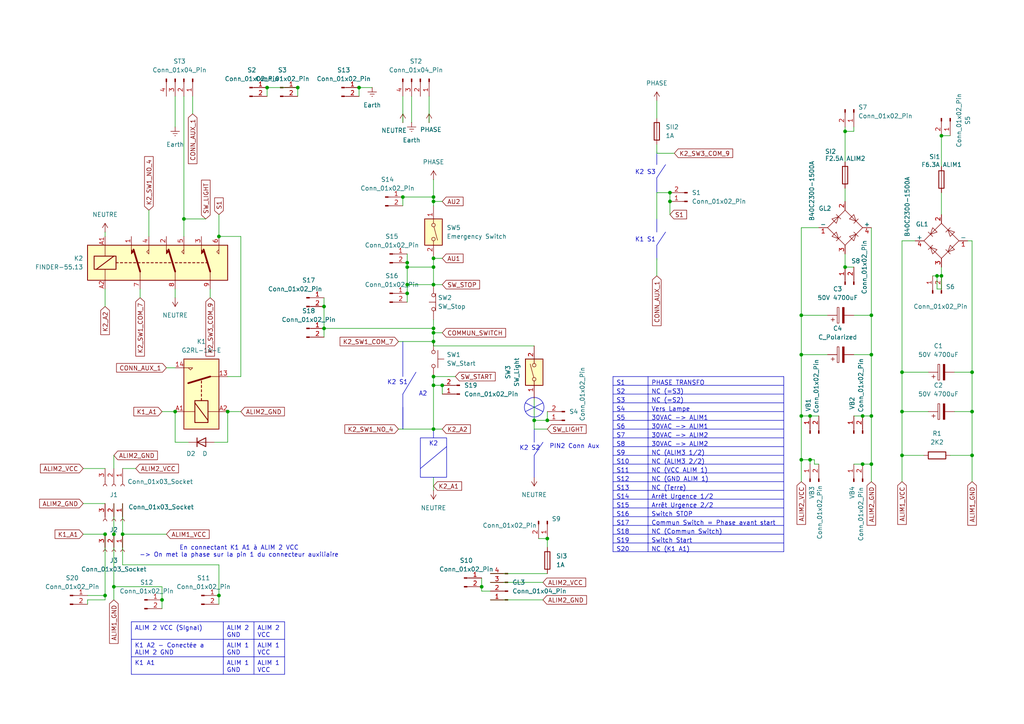
<source format=kicad_sch>
(kicad_sch (version 20250114) (generator "eeschema") (generator_version "9.0")
  (paper "A4")
  (lib_symbols
    (symbol "Connector:Conn_01x02_Pin" (pin_names (offset 1.016) (hide yes))
      (property "Reference" "J" (at 0 2.54 0))
      (property "Value" "Conn_01x02_Pin" (at 0 -5.08 0))
      (symbol "Conn_01x02_Pin_1_1"
        (pin passive line (at 5.08 0 180) (length 3.81) (name "Pin_1") (number "1"))
        (pin passive line (at 5.08 -2.54 180) (length 3.81) (name "Pin_2") (number "2"))
      )
    )
    (symbol "Connector:Conn_01x03_Socket" (pin_names (offset 1.016) (hide yes))
      (property "Reference" "J" (at 0 5.08 0))
      (property "Value" "Conn_01x03_Socket" (at 0 -5.08 0))
      (symbol "Conn_01x03_Socket_1_1"
        (pin passive line (at -5.08 2.54 0) (length 3.81) (name "Pin_1") (number "1"))
        (pin passive line (at -5.08 0 0) (length 3.81) (name "Pin_2") (number "2"))
        (pin passive line (at -5.08 -2.54 0) (length 3.81) (name "Pin_3") (number "3"))
      )
    )
    (symbol "Connector:Conn_01x04_Pin" (pin_names (offset 1.016) (hide yes))
      (property "Reference" "J" (at 0 5.08 0))
      (property "Value" "Conn_01x04_Pin" (at 0 -7.62 0))
      (symbol "Conn_01x04_Pin_1_1"
        (pin passive line (at 5.08 2.54 180) (length 3.81) (name "Pin_1") (number "1"))
        (pin passive line (at 5.08 0 180) (length 3.81) (name "Pin_2") (number "2"))
        (pin passive line (at 5.08 -2.54 180) (length 3.81) (name "Pin_3") (number "3"))
        (pin passive line (at 5.08 -5.08 180) (length 3.81) (name "Pin_4") (number "4"))
      )
    )
    (symbol "Device:C_Polarized" (pin_numbers (hide yes)) (pin_names (offset 0.254))
      (property "Reference" "C" (at 0.635 2.54 0))
      (property "Value" "C_Polarized" (at 0.635 -2.54 0))
      (symbol "C_Polarized_1_1"
        (pin passive line (at 0 3.81 270) (length 2.794) (name "~") (number "1"))
        (pin passive line (at 0 -3.81 90) (length 2.794) (name "~") (number "2"))
      )
    )
    (symbol "Device:D" (pin_numbers (hide yes)) (pin_names (offset 1.016) (hide yes))
      (property "Reference" "D" (at 0 2.54 0))
      (property "Value" "D" (at 0 -2.54 0))
      (symbol "D_1_1"
        (pin passive line (at -3.81 0 0) (length 2.54) (name "K") (number "1"))
        (pin passive line (at 3.81 0 180) (length 2.54) (name "A") (number "2"))
      )
    )
    (symbol "Device:Fuse" (pin_numbers (hide yes)) (pin_names (offset 0))
      (property "Reference" "F" (at 2.032 0 90))
      (property "Value" "Fuse" (at -1.905 0 90))
      (symbol "Fuse_1_1"
        (pin passive line (at 0 3.81 270) (length 1.27) (name "~") (number "1"))
        (pin passive line (at 0 -3.81 90) (length 1.27) (name "~") (number "2"))
      )
    )
    (symbol "Device:R" (pin_numbers (hide yes)) (pin_names (offset 0))
      (property "Reference" "R" (at 2.032 0 90))
      (property "Value" "R" (at 0 0 90))
      (symbol "R_1_1"
        (pin passive line (at 0 3.81 270) (length 1.27) (name "~") (number "1"))
        (pin passive line (at 0 -3.81 90) (length 1.27) (name "~") (number "2"))
      )
    )
    (symbol "Diode_Bridge:B40C2300-1500A" (pin_names (offset 0))
      (property "Reference" "D" (at 2.54 6.985 0))
      (property "Value" "B40C2300-1500A" (at 2.54 5.08 0))
      (symbol "B40C2300-1500A_1_1"
        (pin passive line (at -7.62 0 0) (length 2.54) (name "-") (number "1"))
        (pin passive line (at 0 7.62 270) (length 2.54) (name "~") (number "2"))
        (pin passive line (at 0 -7.62 90) (length 2.54) (name "~") (number "3"))
        (pin passive line (at 7.62 0 180) (length 2.54) (name "+") (number "4"))
      )
    )
    (symbol "Relay:G2RL-1A-E"
      (property "Reference" "K" (at 11.43 3.81 0))
      (property "Value" "G2RL-1A-E" (at 11.43 1.27 0))
      (symbol "G2RL-1A-E_1_1"
        (pin passive line (at -5.08 7.62 270) (length 2.54) (name "~") (number "A1"))
        (pin passive line (at -5.08 -7.62 90) (length 2.54) (name "~") (number "A2"))
        (pin passive line (at 5.08 -7.62 90) (length 2.54) (name "~") (number "13"))
        (pin passive line (at 7.62 7.62 270) (length 2.54) (name "~") (number "14"))
      )
    )
    (symbol "Switch:SW_DIP_x01" (pin_names (offset 0) (hide yes))
      (property "Reference" "SW" (at 0 3.81 0))
      (property "Value" "SW_DIP_x01" (at 0 -3.81 0))
      (symbol "SW_DIP_x01_1_1"
        (pin passive line (at -7.62 0 0) (length 5.08) (name "~") (number "1"))
        (pin passive line (at 7.62 0 180) (length 5.08) (name "~") (number "2"))
      )
    )
    (symbol "Switch:SW_Push" (pin_numbers (hide yes)) (pin_names (offset 1.016) (hide yes))
      (property "Reference" "SW" (at 1.27 2.54 0))
      (property "Value" "SW_Push" (at 0 -1.524 0))
      (symbol "SW_Push_0_1"
        (pin passive line (at -5.08 0 0) (length 2.54) (name "1") (number "1"))
        (pin passive line (at 5.08 0 180) (length 2.54) (name "2") (number "2"))
      )
    )
    (symbol "Switch:SW_Push_Open" (pin_numbers (hide yes)) (pin_names (offset 1.016) (hide yes))
      (property "Reference" "SW" (at 0 2.54 0))
      (property "Value" "SW_Push_Open" (at 0 -1.905 0))
      (symbol "SW_Push_Open_0_1"
        (pin passive line (at -5.08 0 0) (length 2.54) (name "A") (number "1"))
      )
      (symbol "SW_Push_Open_1_1"
        (pin passive line (at 5.08 0 180) (length 2.54) (name "B") (number "2"))
      )
    )
    (symbol "alliaume:FINDER-55.13"
      (property "Reference" "K" (at 16.764 9.652 0))
      (property "Value" "FINDER-55.13" (at 16.256 7.62 0))
      (symbol "FINDER-55.13_1_1"
        (pin passive line (at -10.16 7.62 270) (length 2.54) (name "~") (number "A1"))
        (pin passive line (at -10.16 -7.62 90) (length 2.54) (name "~") (number "A2"))
        (pin passive line (at -2.54 7.62 270) (length 2.54) (name "~") (number "1"))
        (pin passive line (at 0 -7.62 90) (length 2.54) (name "~") (number "7"))
        (pin passive line (at 2.54 7.62 270) (length 2.54) (name "~") (number "4"))
        (pin passive line (at 7.62 7.62 270) (length 2.54) (name "~") (number "2"))
        (pin passive line (at 10.16 -7.62 90) (length 2.54) (name "~") (number "8"))
        (pin passive line (at 12.7 7.62 270) (length 2.54) (name "~") (number "5"))
        (pin passive line (at 17.78 7.62 270) (length 2.54) (name "~") (number "3"))
        (pin passive line (at 20.32 -7.62 90) (length 2.54) (name "~") (number "9"))
        (pin passive line (at 22.86 7.62 270) (length 2.54) (name "~") (number "6"))
      )
    )
    (symbol "power:Earth" (power) (pin_numbers (hide yes)) (pin_names (offset 0) (hide yes))
      (property "Value" "Earth" (at 0 -3.81 0))
      (symbol "Earth_1_1"
        (pin power_in line (at 0 0 270) (length 0) (name "~") (number "1"))
      )
    )
    (symbol "power:LINE" (power) (pin_numbers (hide yes)) (pin_names (offset 0) (hide yes))
      (property "Value" "LINE" (at 0 3.556 0))
      (symbol "LINE_1_1"
        (pin power_in line (at 0 0 90) (length 0) (name "~") (number "1"))
      )
    )
    (symbol "power:NEUT" (power) (pin_numbers (hide yes)) (pin_names (offset 0) (hide yes))
      (property "Value" "NEUT" (at 0 3.556 0))
      (symbol "NEUT_1_1"
        (pin power_in line (at 0 0 90) (length 0) (name "~") (number "1"))
      )
    )
  )
  (circle (center 154.94 118.11) (radius 2.8398))
  (rectangle (start 121.92 127) (end 129.54 138.43))
  (text "A2\n" (at 122.682 114.3 0) (effects (font (size 1.27 1.27))))
  (text "K2\n\n" (at 125.73 129.794 0) (effects (font (size 1.27 1.27))))
  (text "K2 S3\n" (at 187.198 50.038 0) (effects (font (size 1.27 1.27))))
  (text "En connectant K1 A1 à ALIM 2 VCC\n-> On met la phase sur la pin 1 du connecteur auxiliaire" (at 69.342 160.02 0) (effects (font (size 1.27 1.27))))
  (text "K2 S2\n" (at 153.67 130.048 0) (effects (font (size 1.27 1.27))))
  (text "K2 S1\n" (at 115.316 110.998 0) (effects (font (size 1.27 1.27))))
  (text "PIN2 Conn Aux" (at 166.624 129.54 0) (effects (font (size 1.27 1.27))))
  (text "K1 S1" (at 187.198 69.596 0) (effects (font (size 1.27 1.27))))
  (junction (at 281.94 132.08))
  (junction (at 118.11 82.55))
  (junction (at 30.48 154.94))
  (junction (at 261.62 119.38))
  (junction (at 125.73 82.55))
  (junction (at 252.73 102.87))
  (junction (at 154.94 121.92))
  (junction (at 139.7 170.18))
  (junction (at 245.11 38.1))
  (junction (at 30.48 172.72))
  (junction (at 234.95 133.35))
  (junction (at 273.05 80.01))
  (junction (at 125.73 124.46))
  (junction (at 158.75 156.21))
  (junction (at 250.19 120.65))
  (junction (at 232.41 120.65))
  (junction (at 63.5 68.58))
  (junction (at 104.14 25.4))
  (junction (at 232.41 91.44))
  (junction (at 50.8 119.38))
  (junction (at 281.94 119.38))
  (junction (at 116.84 57.15))
  (junction (at 93.98 88.9))
  (junction (at 232.41 133.35))
  (junction (at 158.75 121.92))
  (junction (at 245.11 77.47))
  (junction (at 125.73 109.22))
  (junction (at 125.73 57.15))
  (junction (at 63.5 172.72))
  (junction (at 250.19 134.62))
  (junction (at 66.04 119.38))
  (junction (at 125.73 77.47))
  (junction (at 33.02 170.18))
  (junction (at 125.73 95.25))
  (junction (at 281.94 107.95))
  (junction (at 273.05 39.37))
  (junction (at 118.11 77.47))
  (junction (at 125.73 74.93))
  (junction (at 125.73 99.06))
  (junction (at 125.73 58.42))
  (junction (at 252.73 120.65))
  (junction (at 252.73 91.44))
  (junction (at 77.47 25.4))
  (junction (at 252.73 134.62))
  (junction (at 232.41 102.87))
  (junction (at 118.11 85.09))
  (junction (at 194.31 55.88))
  (junction (at 93.98 95.25))
  (junction (at 261.62 132.08))
  (junction (at 125.73 111.76))
  (junction (at 53.34 63.5))
  (junction (at 86.36 25.4))
  (junction (at 46.99 173.99))
  (junction (at 271.78 80.01))
  (junction (at 125.73 96.52))
  (junction (at 261.62 107.95))
  (junction (at 118.11 76.2))
  (junction (at 234.95 120.65))
  (junction (at 194.31 58.42))
  (junction (at 128.27 111.76))
  (junction (at 35.56 154.94))
  (junction (at 33.02 154.94))
  (wire (pts (xy 33.02 146.05) (xy 33.02 154.94)))
  (wire (pts (xy 60.96 83.82) (xy 60.96 86.36)))
  (wire (pts (xy 33.02 154.94) (xy 33.02 170.18)))
  (wire (pts (xy 30.48 83.82) (xy 30.48 88.9)))
  (wire (pts (xy 139.7 171.45) (xy 139.7 170.18)))
  (wire (pts (xy 261.62 132.08) (xy 261.62 119.38)))
  (wire (pts (xy 194.31 58.42) (xy 194.31 55.88)))
  (wire (pts (xy 232.41 120.65) (xy 234.95 120.65)))
  (wire (pts (xy 247.65 91.44) (xy 252.73 91.44)))
  (wire (pts (xy 24.13 146.05) (xy 30.48 146.05)))
  (wire (pts (xy 245.11 77.47) (xy 247.65 77.47)))
  (polyline (pts (xy 116.84 99.06) (xy 116.84 109.22)))
  (wire (pts (xy 273.05 77.47) (xy 273.05 80.01)))
  (wire (pts (xy 154.94 124.46) (xy 158.75 124.46)))
  (wire (pts (xy 190.5 55.88) (xy 194.31 55.88)))
  (wire (pts (xy 273.05 39.37) (xy 273.05 48.26)))
  (wire (pts (xy 63.5 68.58) (xy 69.85 68.58)))
  (wire (pts (xy 50.8 128.27) (xy 54.61 128.27)))
  (wire (pts (xy 125.73 124.46) (xy 128.27 124.46)))
  (wire (pts (xy 232.41 133.35) (xy 232.41 139.7)))
  (wire (pts (xy 46.99 173.99) (xy 46.99 176.53)))
  (wire (pts (xy 35.56 154.94) (xy 35.56 163.83)))
  (wire (pts (xy 66.04 119.38) (xy 69.85 119.38)))
  (wire (pts (xy 240.03 91.44) (xy 232.41 91.44)))
  (wire (pts (xy 280.67 69.85) (xy 281.94 69.85)))
  (wire (pts (xy 252.73 134.62) (xy 252.73 139.7)))
  (wire (pts (xy 247.65 38.1) (xy 247.65 36.83)))
  (wire (pts (xy 46.99 119.38) (xy 50.8 119.38)))
  (wire (pts (xy 232.41 91.44) (xy 232.41 102.87)))
  (wire (pts (xy 118.11 82.55) (xy 118.11 85.09)))
  (wire (pts (xy 24.13 135.89) (xy 30.48 135.89)))
  (wire (pts (xy 125.73 100.33) (xy 125.73 99.06)))
  (wire (pts (xy 48.26 154.94) (xy 35.56 154.94)))
  (polyline (pts (xy 154.94 124.46) (xy 154.94 128.27)))
  (wire (pts (xy 236.22 134.62) (xy 236.22 133.35)))
  (wire (pts (xy 232.41 120.65) (xy 232.41 133.35)))
  (wire (pts (xy 116.84 57.15) (xy 125.73 57.15)))
  (wire (pts (xy 232.41 133.35) (xy 234.95 133.35)))
  (wire (pts (xy 261.62 139.7) (xy 261.62 132.08)))
  (wire (pts (xy 25.4 173.99) (xy 30.48 173.99)))
  (polyline (pts (xy 190.5 43.942) (xy 190.5 47.752)))
  (polyline (pts (xy 154.94 132.08) (xy 154.94 138.43)))
  (wire (pts (xy 77.47 25.4) (xy 86.36 25.4)))
  (wire (pts (xy 77.47 25.4) (xy 77.47 27.94)))
  (wire (pts (xy 247.65 102.87) (xy 252.73 102.87)))
  (wire (pts (xy 25.4 173.99) (xy 25.4 175.26)))
  (wire (pts (xy 252.73 66.04) (xy 252.73 91.44)))
  (wire (pts (xy 125.73 109.22) (xy 125.73 111.76)))
  (wire (pts (xy 115.57 124.46) (xy 125.73 124.46)))
  (wire (pts (xy 50.8 86.36) (xy 50.8 83.82)))
  (wire (pts (xy 281.94 132.08) (xy 281.94 119.38)))
  (wire (pts (xy 252.73 102.87) (xy 252.73 120.65)))
  (wire (pts (xy 261.62 132.08) (xy 267.97 132.08)))
  (polyline (pts (xy 121.92 135.89) (xy 129.54 129.54)))
  (wire (pts (xy 271.78 83.82) (xy 273.05 83.82)))
  (wire (pts (xy 247.65 120.65) (xy 250.19 120.65)))
  (polyline (pts (xy 116.84 118.11) (xy 116.84 124.46)))
  (wire (pts (xy 46.99 170.18) (xy 46.99 173.99)))
  (wire (pts (xy 25.4 172.72) (xy 30.48 172.72)))
  (polyline (pts (xy 116.84 114.3) (xy 116.84 124.46)))
  (wire (pts (xy 128.27 111.76) (xy 128.27 114.3)))
  (wire (pts (xy 156.21 156.21) (xy 158.75 156.21)))
  (wire (pts (xy 271.78 80.01) (xy 270.51 80.01)))
  (wire (pts (xy 250.19 120.65) (xy 252.73 120.65)))
  (wire (pts (xy 261.62 69.85) (xy 261.62 107.95)))
  (wire (pts (xy 142.24 166.37) (xy 158.75 166.37)))
  (wire (pts (xy 62.23 128.27) (xy 66.04 128.27)))
  (wire (pts (xy 63.5 163.83) (xy 35.56 163.83)))
  (wire (pts (xy 273.05 80.01) (xy 273.05 83.82)))
  (wire (pts (xy 69.85 109.22) (xy 66.04 109.22)))
  (wire (pts (xy 154.94 121.92) (xy 154.94 124.46)))
  (wire (pts (xy 276.86 119.38) (xy 281.94 119.38)))
  (wire (pts (xy 53.34 63.5) (xy 59.69 63.5)))
  (wire (pts (xy 142.24 173.99) (xy 157.48 173.99)))
  (polyline (pts (xy 190.5 63.5) (xy 190.5 67.31)))
  (wire (pts (xy 50.8 128.27) (xy 50.8 119.38)))
  (wire (pts (xy 30.48 154.94) (xy 30.48 172.72)))
  (wire (pts (xy 125.73 111.76) (xy 125.73 124.46)))
  (wire (pts (xy 63.5 172.72) (xy 63.5 163.83)))
  (wire (pts (xy 55.88 27.94) (xy 55.88 33.02)))
  (wire (pts (xy 116.84 27.94) (xy 116.84 35.56)))
  (wire (pts (xy 142.24 171.45) (xy 139.7 171.45)))
  (wire (pts (xy 93.98 86.36) (xy 93.98 88.9)))
  (wire (pts (xy 118.11 77.47) (xy 125.73 77.47)))
  (wire (pts (xy 269.24 107.95) (xy 261.62 107.95)))
  (wire (pts (xy 236.22 134.62) (xy 237.49 134.62)))
  (wire (pts (xy 158.75 121.92) (xy 158.75 119.38)))
  (wire (pts (xy 261.62 69.85) (xy 265.43 69.85)))
  (polyline (pts (xy 116.84 114.3) (xy 120.65 107.95)))
  (wire (pts (xy 125.73 96.52) (xy 125.73 99.06)))
  (wire (pts (xy 86.36 25.4) (xy 86.36 27.94)))
  (wire (pts (xy 30.48 173.99) (xy 30.48 172.72)))
  (wire (pts (xy 125.73 77.47) (xy 125.73 82.55)))
  (wire (pts (xy 125.73 57.15) (xy 125.73 58.42)))
  (wire (pts (xy 24.13 154.94) (xy 30.48 154.94)))
  (wire (pts (xy 93.98 95.25) (xy 125.73 95.25)))
  (wire (pts (xy 275.59 39.37) (xy 273.05 39.37)))
  (wire (pts (xy 142.24 168.91) (xy 157.48 168.91)))
  (wire (pts (xy 128.27 96.52) (xy 125.73 96.52)))
  (wire (pts (xy 154.94 115.57) (xy 154.94 121.92)))
  (wire (pts (xy 247.65 134.62) (xy 250.19 134.62)))
  (wire (pts (xy 232.41 66.04) (xy 237.49 66.04)))
  (wire (pts (xy 125.73 58.42) (xy 128.27 58.42)))
  (wire (pts (xy 190.5 74.93) (xy 190.5 80.01)))
  (polyline (pts (xy 152.4 119.38) (xy 157.48 116.84)))
  (wire (pts (xy 30.48 67.31) (xy 30.48 68.58)))
  (wire (pts (xy 250.19 134.62) (xy 252.73 134.62)))
  (wire (pts (xy 252.73 91.44) (xy 252.73 102.87)))
  (wire (pts (xy 190.5 55.88) (xy 190.5 63.5)))
  (wire (pts (xy 35.56 135.89) (xy 39.37 135.89)))
  (polyline (pts (xy 125.73 124.46) (xy 125.73 127)))
  (wire (pts (xy 261.62 119.38) (xy 261.62 107.95)))
  (wire (pts (xy 40.64 83.82) (xy 40.64 86.36)))
  (wire (pts (xy 232.41 102.87) (xy 232.41 120.65)))
  (wire (pts (xy 139.7 167.64) (xy 139.7 170.18)))
  (wire (pts (xy 118.11 73.66) (xy 118.11 76.2)))
  (wire (pts (xy 35.56 146.05) (xy 35.56 154.94)))
  (polyline (pts (xy 190.5 51.562) (xy 190.5 55.88)))
  (wire (pts (xy 273.05 55.88) (xy 273.05 62.23)))
  (wire (pts (xy 252.73 120.65) (xy 252.73 134.62)))
  (wire (pts (xy 124.46 27.94) (xy 124.46 35.56)))
  (wire (pts (xy 125.73 111.76) (xy 128.27 111.76)))
  (wire (pts (xy 116.84 57.15) (xy 116.84 59.69)))
  (wire (pts (xy 50.8 27.94) (xy 50.8 36.83)))
  (wire (pts (xy 236.22 133.35) (xy 234.95 133.35)))
  (wire (pts (xy 276.86 107.95) (xy 281.94 107.95)))
  (wire (pts (xy 271.78 83.82) (xy 271.78 80.01)))
  (wire (pts (xy 53.34 63.5) (xy 53.34 68.58)))
  (wire (pts (xy 63.5 62.23) (xy 63.5 68.58)))
  (wire (pts (xy 104.14 25.4) (xy 104.14 27.94)))
  (polyline (pts (xy 152.4 116.84) (xy 157.48 119.38)))
  (wire (pts (xy 115.57 99.06) (xy 125.73 99.06)))
  (wire (pts (xy 63.5 172.72) (xy 63.5 175.26)))
  (wire (pts (xy 104.14 25.4) (xy 107.95 25.4)))
  (wire (pts (xy 240.03 102.87) (xy 232.41 102.87)))
  (wire (pts (xy 118.11 77.47) (xy 118.11 82.55)))
  (wire (pts (xy 125.73 74.93) (xy 128.27 74.93)))
  (wire (pts (xy 33.02 170.18) (xy 46.99 170.18)))
  (wire (pts (xy 234.95 120.65) (xy 237.49 120.65)))
  (wire (pts (xy 48.26 106.68) (xy 50.8 106.68)))
  (wire (pts (xy 154.94 121.92) (xy 158.75 121.92)))
  (wire (pts (xy 125.73 138.43) (xy 125.73 142.24)))
  (wire (pts (xy 43.18 60.96) (xy 43.18 68.58)))
  (wire (pts (xy 245.11 54.61) (xy 245.11 58.42)))
  (polyline (pts (xy 154.94 132.08) (xy 157.48 128.27)))
  (wire (pts (xy 234.95 134.62) (xy 234.95 133.35)))
  (wire (pts (xy 271.78 80.01) (xy 273.05 80.01)))
  (wire (pts (xy 281.94 107.95) (xy 281.94 69.85)))
  (wire (pts (xy 69.85 68.58) (xy 69.85 109.22)))
  (wire (pts (xy 125.73 109.22) (xy 132.08 109.22)))
  (wire (pts (xy 93.98 95.25) (xy 93.98 97.79)))
  (polyline (pts (xy 190.5 71.12) (xy 193.04 67.31)))
  (wire (pts (xy 118.11 76.2) (xy 118.11 77.47)))
  (wire (pts (xy 269.24 119.38) (xy 261.62 119.38)))
  (wire (pts (xy 125.73 52.07) (xy 125.73 57.15)))
  (wire (pts (xy 190.5 41.91) (xy 190.5 44.45)))
  (wire (pts (xy 125.73 96.52) (xy 125.73 95.25)))
  (wire (pts (xy 190.5 34.29) (xy 190.5 29.21)))
  (wire (pts (xy 245.11 36.83) (xy 245.11 38.1)))
  (wire (pts (xy 118.11 85.09) (xy 118.11 87.63)))
  (wire (pts (xy 33.02 173.99) (xy 33.02 170.18)))
  (wire (pts (xy 93.98 88.9) (xy 93.98 95.25)))
  (wire (pts (xy 281.94 119.38) (xy 281.94 107.95)))
  (wire (pts (xy 245.11 38.1) (xy 245.11 46.99)))
  (wire (pts (xy 195.58 44.45) (xy 190.5 44.45)))
  (wire (pts (xy 281.94 132.08) (xy 281.94 139.7)))
  (wire (pts (xy 119.38 27.94) (xy 119.38 35.56)))
  (wire (pts (xy 118.11 82.55) (xy 125.73 82.55)))
  (wire (pts (xy 125.73 82.55) (xy 128.27 82.55)))
  (polyline (pts (xy 190.5 71.12) (xy 190.5 75.438)))
  (wire (pts (xy 275.59 132.08) (xy 281.94 132.08)))
  (wire (pts (xy 33.02 132.08) (xy 33.02 135.89)))
  (wire (pts (xy 158.75 156.21) (xy 158.75 158.75)))
  (wire (pts (xy 53.34 27.94) (xy 53.34 63.5)))
  (wire (pts (xy 245.11 73.66) (xy 245.11 77.47)))
  (wire (pts (xy 125.73 95.25) (xy 125.73 92.71)))
  (wire (pts (xy 232.41 91.44) (xy 232.41 66.04)))
  (wire (pts (xy 154.94 100.33) (xy 125.73 100.33)))
  (wire (pts (xy 66.04 119.38) (xy 66.04 128.27)))
  (polyline (pts (xy 190.5 51.562) (xy 193.04 47.752)))
  (wire (pts (xy 125.73 74.93) (xy 125.73 77.47)))
  (wire (pts (xy 125.73 58.42) (xy 125.73 59.69)))
  (wire (pts (xy 245.11 38.1) (xy 247.65 38.1)))
  (wire (pts (xy 194.31 58.42) (xy 194.31 62.23)))
  (table (column_count 2) (border (external yes) (header yes)) (separators (rows yes) (cols yes)) (column_widths 10.16 39.37) (row_heights 2.54 2.54 2.54 2.54 2.54 2.54 2.54 2.54 2.54 2.54 2.54 2.54 2.54 2.54 2.54 2.54 2.54 2.54 2.54 2.54) (cells (table_cell "S1" (at 177.8 109.22 0) (size 10.16 2.54) (margins 0.9525 0.9525 0.9525 0.9525) (span 1 1)) (table_cell "PHASE TRANSFO" (at 187.96 109.22 0) (size 39.37 2.54) (margins 0.9525 0.9525 0.9525 0.9525) (span 1 1)) (table_cell "S2" (at 177.8 111.76 0) (size 10.16 2.54) (margins 0.9525 0.9525 0.9525 0.9525) (span 1 1)) (table_cell "NC (=S3)" (at 187.96 111.76 0) (size 39.37 2.54) (margins 0.9525 0.9525 0.9525 0.9525) (span 1 1)) (table_cell "S3" (at 177.8 114.3 0) (size 10.16 2.54) (margins 0.9525 0.9525 0.9525 0.9525) (span 1 1)) (table_cell "NC (=S2)" (at 187.96 114.3 0) (size 39.37 2.54) (margins 0.9525 0.9525 0.9525 0.9525) (span 1 1)) (table_cell "S4" (at 177.8 116.84 0) (size 10.16 2.54) (margins 0.9525 0.9525 0.9525 0.9525) (span 1 1)) (table_cell "Vers Lampe" (at 187.96 116.84 0) (size 39.37 2.54) (margins 0.9525 0.9525 0.9525 0.9525) (span 1 1)) (table_cell "S5" (at 177.8 119.38 0) (size 10.16 2.54) (margins 0.9525 0.9525 0.9525 0.9525) (span 1 1)) (table_cell "30VAC -> ALIM1" (at 187.96 119.38 0) (size 39.37 2.54) (margins 0.9525 0.9525 0.9525 0.9525) (span 1 1)) (table_cell "S6" (at 177.8 121.92 0) (size 10.16 2.54) (margins 0.9525 0.9525 0.9525 0.9525) (span 1 1)) (table_cell "30VAC -> ALIM1" (at 187.96 121.92 0) (size 39.37 2.54) (margins 0.9525 0.9525 0.9525 0.9525) (span 1 1)) (table_cell "S7" (at 177.8 124.46 0) (size 10.16 2.54) (margins 0.9525 0.9525 0.9525 0.9525) (span 1 1)) (table_cell "30VAC -> ALIM2" (at 187.96 124.46 0) (size 39.37 2.54) (margins 0.9525 0.9525 0.9525 0.9525) (span 1 1)) (table_cell "S8" (at 177.8 127 0) (size 10.16 2.54) (margins 0.9525 0.9525 0.9525 0.9525) (span 1 1)) (table_cell "30VAC -> ALIM2" (at 187.96 127 0) (size 39.37 2.54) (margins 0.9525 0.9525 0.9525 0.9525) (span 1 1)) (table_cell "S9" (at 177.8 129.54 0) (size 10.16 2.54) (margins 0.9525 0.9525 0.9525 0.9525) (span 1 1)) (table_cell "NC (ALIM3 1/2)" (at 187.96 129.54 0) (size 39.37 2.54) (margins 0.9525 0.9525 0.9525 0.9525) (span 1 1)) (table_cell "S10" (at 177.8 132.08 0) (size 10.16 2.54) (margins 0.9525 0.9525 0.9525 0.9525) (span 1 1)) (table_cell "NC (ALIM3 2/2)" (at 187.96 132.08 0) (size 39.37 2.54) (margins 0.9525 0.9525 0.9525 0.9525) (span 1 1)) (table_cell "S11" (at 177.8 134.62 0) (size 10.16 2.54) (margins 0.9525 0.9525 0.9525 0.9525) (span 1 1)) (table_cell "NC (VCC ALIM 1)" (at 187.96 134.62 0) (size 39.37 2.54) (margins 0.9525 0.9525 0.9525 0.9525) (span 1 1)) (table_cell "S12" (at 177.8 137.16 0) (size 10.16 2.54) (margins 0.9525 0.9525 0.9525 0.9525) (span 1 1)) (table_cell "NC (GND ALIM 1)" (at 187.96 137.16 0) (size 39.37 2.54) (margins 0.9525 0.9525 0.9525 0.9525) (span 1 1)) (table_cell "S13" (at 177.8 139.7 0) (size 10.16 2.54) (margins 0.9525 0.9525 0.9525 0.9525) (span 1 1)) (table_cell "NC (Terre)" (at 187.96 139.7 0) (size 39.37 2.54) (margins 0.9525 0.9525 0.9525 0.9525) (span 1 1)) (table_cell "S14" (at 177.8 142.24 0) (size 10.16 2.54) (margins 0.9525 0.9525 0.9525 0.9525) (span 1 1)) (table_cell "Arrêt Urgence 1/2" (at 187.96 142.24 0) (size 39.37 2.54) (margins 0.9525 0.9525 0.9525 0.9525) (span 1 1)) (table_cell "S15" (at 177.8 144.78 0) (size 10.16 2.54) (margins 0.9525 0.9525 0.9525 0.9525) (span 1 1)) (table_cell "Arrêt Urgence 2/2" (at 187.96 144.78 0) (size 39.37 2.54) (margins 0.9525 0.9525 0.9525 0.9525) (span 1 1)) (table_cell "S16" (at 177.8 147.32 0) (size 10.16 2.54) (margins 0.9525 0.9525 0.9525 0.9525) (span 1 1)) (table_cell "Switch STOP" (at 187.96 147.32 0) (size 39.37 2.54) (margins 0.9525 0.9525 0.9525 0.9525) (span 1 1)) (table_cell "S17" (at 177.8 149.86 0) (size 10.16 2.54) (margins 0.9525 0.9525 0.9525 0.9525) (span 1 1)) (table_cell "Commun Switch = Phase avant start" (at 187.96 149.86 0) (size 39.37 2.54) (margins 0.9525 0.9525 0.9525 0.9525) (span 1 1)) (table_cell "S18" (at 177.8 152.4 0) (size 10.16 2.54) (margins 0.9525 0.9525 0.9525 0.9525) (span 1 1)) (table_cell "NC (Commun Switch)" (at 187.96 152.4 0) (size 39.37 2.54) (margins 0.9525 0.9525 0.9525 0.9525) (span 1 1)) (table_cell "S19" (at 177.8 154.94 0) (size 10.16 2.54) (margins 0.9525 0.9525 0.9525 0.9525) (span 1 1)) (table_cell "Switch Start" (at 187.96 154.94 0) (size 39.37 2.54) (margins 0.9525 0.9525 0.9525 0.9525) (span 1 1)) (table_cell "S20" (at 177.8 157.48 0) (size 10.16 2.54) (margins 0.9525 0.9525 0.9525 0.9525) (span 1 1)) (table_cell "NC (K1 A1)" (at 187.96 157.48 0) (size 39.37 2.54) (margins 0.9525 0.9525 0.9525 0.9525) (span 1 1))))
  (table (column_count 3) (border (external yes) (header yes)) (separators (rows yes) (cols yes)) (column_widths 26.67 8.89 8.89) (row_heights 5.08 5.08 5.08) (cells (table_cell "ALIM 2 VCC (SIgnal)" (at 38.1 180.34 0) (size 26.67 5.08) (margins 0.9525 0.9525 0.9525 0.9525) (span 1 1)) (table_cell "ALIM 2 GND" (at 64.77 180.34 0) (size 8.89 5.08) (margins 0.9525 0.9525 0.9525 0.9525) (span 1 1)) (table_cell "ALIM 2 VCC" (at 73.66 180.34 0) (size 8.89 5.08) (margins 0.9525 0.9525 0.9525 0.9525) (span 1 1)) (table_cell "K1 A2 - Conectée a ALIM 2 GND" (at 38.1 185.42 0) (size 26.67 5.08) (margins 0.9525 0.9525 0.9525 0.9525) (span 1 1)) (table_cell "ALIM 1 GND" (at 64.77 185.42 0) (size 8.89 5.08) (margins 0.9525 0.9525 0.9525 0.9525) (span 1 1)) (table_cell "ALIM 1 VCC" (at 73.66 185.42 0) (size 8.89 5.08) (margins 0.9525 0.9525 0.9525 0.9525) (span 1 1)) (table_cell "K1 A1" (at 38.1 190.5 0) (size 26.67 5.08) (margins 0.9525 0.9525 0.9525 0.9525) (span 1 1)) (table_cell "ALIM 1 GND" (at 64.77 190.5 0) (size 8.89 5.08) (margins 0.9525 0.9525 0.9525 0.9525) (span 1 1)) (table_cell "ALIM 1 VCC" (at 73.66 190.5 0) (size 8.89 5.08) (margins 0.9525 0.9525 0.9525 0.9525) (span 1 1))))
  (global_label "AU1" (shape input) (at 128.27 74.93 0) (property "Intersheetrefs" "${INTERSHEET_REFS}" (effects (hide yes))))
  (global_label "ALIM1_VCC" (shape input) (at 48.26 154.94 0) (property "Intersheetrefs" "${INTERSHEET_REFS}" (effects (hide yes))))
  (global_label "AU2" (shape input) (at 128.27 58.42 0) (property "Intersheetrefs" "${INTERSHEET_REFS}" (effects (hide yes))))
  (global_label "K2_SW1_COM_7" (shape input) (at 115.57 99.06 180) (property "Intersheetrefs" "${INTERSHEET_REFS}" (effects (hide yes))))
  (global_label "SW_START" (shape input) (at 132.08 109.22 0) (property "Intersheetrefs" "${INTERSHEET_REFS}" (effects (hide yes))))
  (global_label "CONN_AUX_1" (shape input) (at 190.5 80.01 270) (property "Intersheetrefs" "${INTERSHEET_REFS}" (effects (hide yes))))
  (global_label "ALIM2_GND" (shape input) (at 24.13 146.05 180) (property "Intersheetrefs" "${INTERSHEET_REFS}" (effects (hide yes))))
  (global_label "SW_LIGHT" (shape input) (at 59.69 63.5 90) (property "Intersheetrefs" "${INTERSHEET_REFS}" (effects (hide yes))))
  (global_label "ALIM2_VCC" (shape input) (at 157.48 168.91 0) (property "Intersheetrefs" "${INTERSHEET_REFS}" (effects (hide yes))))
  (global_label "K1_A1" (shape input) (at 24.13 154.94 180) (property "Intersheetrefs" "${INTERSHEET_REFS}" (effects (hide yes))))
  (global_label "S1" (shape input) (at 63.5 62.23 90) (property "Intersheetrefs" "${INTERSHEET_REFS}" (effects (hide yes))))
  (global_label "ALIM2_GND" (shape input) (at 33.02 132.08 0) (property "Intersheetrefs" "${INTERSHEET_REFS}" (effects (hide yes))))
  (global_label "SW_STOP" (shape input) (at 128.27 82.55 0) (property "Intersheetrefs" "${INTERSHEET_REFS}" (effects (hide yes))))
  (global_label "ALIM2_GND" (shape input) (at 157.48 173.99 0) (property "Intersheetrefs" "${INTERSHEET_REFS}" (effects (hide yes))))
  (global_label "SW_LIGHT" (shape input) (at 158.75 124.46 0) (property "Intersheetrefs" "${INTERSHEET_REFS}" (effects (hide yes))))
  (global_label "K2_SW1_NO_4" (shape input) (at 115.57 124.46 180) (property "Intersheetrefs" "${INTERSHEET_REFS}" (effects (hide yes))))
  (global_label "K2_A1" (shape input) (at 125.73 140.97 0) (property "Intersheetrefs" "${INTERSHEET_REFS}" (effects (hide yes))))
  (global_label "ALIM1_VCC" (shape input) (at 261.62 139.7 270) (property "Intersheetrefs" "${INTERSHEET_REFS}" (effects (hide yes))))
  (global_label "CONN_AUX_1" (shape input) (at 55.88 33.02 270) (property "Intersheetrefs" "${INTERSHEET_REFS}" (effects (hide yes))))
  (global_label "K2_A2" (shape input) (at 30.48 88.9 270) (property "Intersheetrefs" "${INTERSHEET_REFS}" (effects (hide yes))))
  (global_label "S1" (shape input) (at 194.31 62.23 0) (property "Intersheetrefs" "${INTERSHEET_REFS}" (effects (hide yes))))
  (global_label "ALIM2_GND" (shape input) (at 252.73 139.7 270) (property "Intersheetrefs" "${INTERSHEET_REFS}" (effects (hide yes))))
  (global_label "COMMUN_SWITCH" (shape input) (at 128.27 96.52 0) (property "Intersheetrefs" "${INTERSHEET_REFS}" (effects (hide yes))))
  (global_label "K1_A1" (shape input) (at 46.99 119.38 180) (property "Intersheetrefs" "${INTERSHEET_REFS}" (effects (hide yes))))
  (global_label "ALIM1_GND" (shape input) (at 33.02 173.99 270) (property "Intersheetrefs" "${INTERSHEET_REFS}" (effects (hide yes))))
  (global_label "K2_A2" (shape input) (at 128.27 124.46 0) (property "Intersheetrefs" "${INTERSHEET_REFS}" (effects (hide yes))))
  (global_label "ALIM2_GND" (shape input) (at 69.85 119.38 0) (property "Intersheetrefs" "${INTERSHEET_REFS}" (effects (hide yes))))
  (global_label "ALIM2_VCC" (shape input) (at 39.37 135.89 0) (property "Intersheetrefs" "${INTERSHEET_REFS}" (effects (hide yes))))
  (global_label "ALIM2_VCC" (shape input) (at 24.13 135.89 180) (property "Intersheetrefs" "${INTERSHEET_REFS}" (effects (hide yes))))
  (global_label "CONN_AUX_1" (shape input) (at 48.26 106.68 180) (property "Intersheetrefs" "${INTERSHEET_REFS}" (effects (hide yes))))
  (global_label "ALIM1_GND" (shape input) (at 281.94 139.7 270) (property "Intersheetrefs" "${INTERSHEET_REFS}" (effects (hide yes))))
  (global_label "K2_SW3_COM_9" (shape input) (at 195.58 44.45 0) (property "Intersheetrefs" "${INTERSHEET_REFS}" (effects (hide yes))))
  (global_label "K2_SW1_NO_4" (shape input) (at 43.18 60.96 90) (property "Intersheetrefs" "${INTERSHEET_REFS}" (effects (hide yes))))
  (global_label "ALIM2_VCC" (shape input) (at 232.41 139.7 270) (property "Intersheetrefs" "${INTERSHEET_REFS}" (effects (hide yes))))
  (global_label "K2_SW1_COM_7" (shape input) (at 40.64 86.36 270) (property "Intersheetrefs" "${INTERSHEET_REFS}" (effects (hide yes))))
  (global_label "K2_SW3_COM_9" (shape input) (at 60.96 86.36 270) (property "Intersheetrefs" "${INTERSHEET_REFS}" (effects (hide yes))))
  (symbol (lib_id "power:Earth") (at 50.8 36.83 0) (unit 1)
    (property "Reference" "#PWR06" (effects (hide yes)))
    (property "Value" "Earth" (at 50.8 41.91 0))
    (property "Description" "Power symbol creates a global label with name \"Earth\"" (effects (hide yes)))
  )
  (symbol (lib_id "Connector:Conn_01x02_Pin") (at 199.39 58.42 180) (unit 1)
    (property "Reference" "S1" (at 200.66 55.8799 0) (effects (justify right)))
    (property "Value" "Conn_01x02_Pin" (at 200.66 58.4199 0) (effects (justify right)))
    (property "Footprint" "Connector_Wire:SolderWire-0.5sqmm_1x02_P4.6mm_D0.9mm_OD2.1mm" (effects (hide yes)))
    (property "Description" "Generic connector, single row, 01x02, script generated" (effects (hide yes)))
  )
  (symbol (lib_id "Switch:SW_Push_Open") (at 125.73 87.63 90) (unit 1)
    (property "Reference" "SW2" (at 127 86.3599 90) (effects (justify right)))
    (property "Value" "SW_Stop" (at 127 88.8999 90) (effects (justify right)))
    (property "Description" "Push button switch, push-to-open, generic, two pins" (effects (hide yes)))
  )
  (symbol (lib_id "Connector:Conn_01x02_Pin") (at 113.03 73.66 0) (unit 1)
    (property "Reference" "S15" (at 113.665 68.58 0))
    (property "Value" "Conn_01x02_Pin" (at 113.665 71.12 0))
    (property "Footprint" "Connector_Wire:SolderWire-0.5sqmm_1x02_P4.6mm_D0.9mm_OD2.1mm" (effects (hide yes)))
    (property "Description" "Generic connector, single row, 01x02, script generated" (effects (hide yes)))
  )
  (symbol (lib_id "power:NEUT") (at 125.73 52.07 0) (unit 1)
    (property "Reference" "#PWR09" (effects (hide yes)))
    (property "Value" "PHASE" (at 125.73 46.99 0))
    (property "Description" "Power symbol creates a global label with name \"NEUT\"" (effects (hide yes)))
  )
  (symbol (lib_id "Diode_Bridge:B40C2300-1500A") (at 273.05 69.85 0) (mirror y) (unit 1)
    (property "Reference" "GL1" (at 267.462 65.024 0))
    (property "Value" "B40C2300-1500A" (at 263.144 59.944 90))
    (property "Footprint" "Diode_THT:Diode_Bridge_19.0x3.5x10.0mm_P5.0mm" (effects (hide yes)))
    (property "Datasheet" "https://diotec.com/tl_files/diotec/files/pdf/datasheets/b40c2300.pdf" (effects (hide yes)))
    (property "Description" "Silicon Bridge Rectifier, 40V Vrms, 1.5A If, pins=-AA+, SIL-package" (effects (hide yes)))
  )
  (symbol (lib_id "Connector:Conn_01x02_Pin") (at 134.62 167.64 0) (unit 1)
    (property "Reference" "S10" (at 135.255 162.56 0))
    (property "Value" "Conn_01x02_Pin" (at 135.255 165.1 0))
    (property "Footprint" "Connector_Wire:SolderWire-0.5sqmm_1x02_P4.6mm_D0.9mm_OD2.1mm" (effects (hide yes)))
    (property "Description" "Generic connector, single row, 01x02, script generated" (effects (hide yes)))
  )
  (symbol (lib_id "Connector:Conn_01x02_Pin") (at 72.39 25.4 0) (unit 1)
    (property "Reference" "S2" (at 73.025 20.32 0))
    (property "Value" "Conn_01x02_Pin" (at 73.025 22.86 0))
    (property "Footprint" "Connector_Wire:SolderWire-0.5sqmm_1x02_P4.6mm_D0.9mm_OD2.1mm" (effects (hide yes)))
    (property "Description" "Generic connector, single row, 01x02, script generated" (effects (hide yes)))
  )
  (symbol (lib_id "Connector:Conn_01x03_Socket") (at 33.02 140.97 270) (unit 1)
    (property "Reference" "J1" (at 33.02 143.51 90))
    (property "Value" "Conn_01x03_Socket" (at 46.482 139.7 90))
    (property "Footprint" "Connector_Wire:SolderWire-1sqmm_1x03_P7.8mm_D1.4mm_OD3.9mm" (effects (hide yes)))
    (property "Description" "Generic connector, single row, 01x03, script generated" (effects (hide yes)))
  )
  (symbol (lib_id "Device:Fuse") (at 158.75 162.56 0) (unit 1)
    (property "Reference" "SI3" (at 161.29 161.2899 0) (effects (justify left)))
    (property "Value" "1A" (at 161.29 163.8299 0) (effects (justify left)))
    (property "Footprint" "Fuse:Fuseholder_Clip-5x20mm_Keystone_3512P_Inline_P23.62x7.27mm_D1.02x2.41x1.02x1.57mm_Horizontal" (effects (hide yes)))
    (property "Description" "Fuse" (effects (hide yes)))
  )
  (symbol (lib_id "Switch:SW_Push") (at 125.73 104.14 270) (unit 1)
    (property "Reference" "SW1" (at 129.54 102.8699 90) (effects (justify left)))
    (property "Value" "SW_Start" (at 129.54 105.4099 90) (effects (justify left)))
    (property "Description" "Push button switch, generic, two pins" (effects (hide yes)))
  )
  (symbol (lib_id "Device:R") (at 271.78 132.08 90) (unit 1)
    (property "Reference" "R1" (at 271.78 125.73 90))
    (property "Value" "2K2" (at 271.78 128.27 90))
    (property "Footprint" "Resistor_THT:R_Axial_Power_L25.0mm_W6.4mm_P30.48mm" (effects (hide yes)))
    (property "Description" "Resistor" (effects (hide yes)))
  )
  (symbol (lib_id "Switch:SW_DIP_x01") (at 154.94 107.95 90) (unit 1)
    (property "Reference" "SW3" (at 147.32 107.95 0))
    (property "Value" "SW_Light" (at 149.86 107.95 0))
    (property "Description" "1x DIP Switch, Single Pole Single Throw (SPST) switch, small symbol" (effects (hide yes)))
  )
  (symbol (lib_id "power:NEUT") (at 190.5 29.21 0) (unit 1)
    (property "Reference" "#PWR04" (effects (hide yes)))
    (property "Value" "PHASE" (at 190.5 24.13 0))
    (property "Description" "Power symbol creates a global label with name \"NEUT\"" (effects (hide yes)))
  )
  (symbol (lib_id "Connector:Conn_01x03_Socket") (at 33.02 160.02 270) (unit 1)
    (property "Reference" "J3" (at 33.02 162.56 90))
    (property "Value" "Conn_01x03_Socket" (at 33.02 165.1 90))
    (property "Footprint" "Connector_Wire:SolderWire-1sqmm_1x03_P7.8mm_D1.4mm_OD3.9mm" (effects (hide yes)))
    (property "Description" "Generic connector, single row, 01x03, script generated" (effects (hide yes)))
  )
  (symbol (lib_id "Connector:Conn_01x02_Pin") (at 58.42 172.72 0) (unit 1)
    (property "Reference" "S11" (at 59.055 167.64 0))
    (property "Value" "Conn_01x02_Pin" (at 59.055 170.18 0))
    (property "Footprint" "Connector_Wire:SolderWire-0.5sqmm_1x02_P4.6mm_D0.9mm_OD2.1mm" (effects (hide yes)))
    (property "Description" "Generic connector, single row, 01x02, script generated" (effects (hide yes)))
  )
  (symbol (lib_id "Connector:Conn_01x04_Pin") (at 121.92 22.86 270) (unit 1)
    (property "Reference" "ST2" (at 120.65 17.78 90))
    (property "Value" "Conn_01x04_Pin" (at 120.65 20.32 90))
    (property "Footprint" "Connector_Phoenix_MSTB:PhoenixContact_MSTBVA_2,5_4-G_1x04_P5.00mm_Vertical" (effects (hide yes)))
    (property "Description" "Generic connector, single row, 01x04, script generated" (effects (hide yes)))
  )
  (symbol (lib_id "Connector:Conn_01x04_Pin") (at 53.34 22.86 270) (unit 1)
    (property "Reference" "ST3" (at 52.07 17.78 90))
    (property "Value" "Conn_01x04_Pin" (at 52.07 20.32 90))
    (property "Footprint" "Connector_Phoenix_MSTB:PhoenixContact_MSTBVA_2,5_4-G_1x04_P5.00mm_Vertical" (effects (hide yes)))
    (property "Description" "Generic connector, single row, 01x04, script generated" (effects (hide yes)))
  )
  (symbol (lib_id "power:LINE") (at 50.8 86.36 180) (unit 1)
    (property "Reference" "#PWR07" (effects (hide yes)))
    (property "Value" "NEUTRE" (at 50.8 91.44 0))
    (property "Description" "Power symbol creates a global label with name \"LINE\"" (effects (hide yes)))
  )
  (symbol (lib_id "Connector:Conn_01x04_Pin") (at 147.32 171.45 180) (unit 1)
    (property "Reference" "GL3" (at 148.59 168.9099 0) (effects (justify right)))
    (property "Value" "Conn_01x04_Pin" (at 148.59 171.4499 0) (effects (justify right)))
    (property "Footprint" "Connector_Phoenix_MSTB:PhoenixContact_MSTBVA_2,5_4-G_1x04_P5.00mm_Vertical" (effects (hide yes)))
    (property "Description" "Generic connector, single row, 01x04, script generated" (effects (hide yes)))
  )
  (symbol (lib_id "Connector:Conn_01x02_Pin") (at 247.65 31.75 270) (unit 1)
    (property "Reference" "S7" (at 248.92 31.1149 90) (effects (justify left)))
    (property "Value" "Conn_01x02_Pin" (at 248.92 33.6549 90) (effects (justify left)))
    (property "Footprint" "Connector_Wire:SolderWire-0.5sqmm_1x02_P4.6mm_D0.9mm_OD2.1mm" (effects (hide yes)))
    (property "Description" "Generic connector, single row, 01x02, script generated" (effects (hide yes)))
  )
  (symbol (lib_id "power:LINE") (at 154.94 138.43 180) (unit 1)
    (property "Reference" "#PWR011" (effects (hide yes)))
    (property "Value" "NEUTRE" (at 154.94 143.51 0))
    (property "Description" "Power symbol creates a global label with name \"LINE\"" (effects (hide yes)))
  )
  (symbol (lib_id "Connector:Conn_01x02_Pin") (at 245.11 82.55 90) (unit 1)
    (property "Reference" "S8" (at 246.888 75.692 90) (effects (justify right)))
    (property "Value" "Conn_01x02_Pin" (at 250.698 69.596 0) (effects (justify right)))
    (property "Footprint" "Connector_Wire:SolderWire-0.5sqmm_1x02_P4.6mm_D0.9mm_OD2.1mm" (effects (hide yes)))
    (property "Description" "Generic connector, single row, 01x02, script generated" (effects (hide yes)))
  )
  (symbol (lib_id "Relay:G2RL-1A-E") (at 58.42 114.3 90) (unit 1)
    (property "Reference" "K1" (at 58.42 99.06 90))
    (property "Value" "G2RL-1A-E" (at 58.42 101.6 90))
    (property "Footprint" "Relay_THT:Relay_SPST_Omron_G2RL-1A-E" (effects (hide yes)))
    (property "Datasheet" "https://omronfs.omron.com/en_US/ecb/products/pdf/en-g2rl.pdf" (effects (hide yes)))
    (property "Description" "General Purpose Low Profile Relay SPST Through Hole High Capacity, Omron G2RL series, Normally Open, 16A 250VAC" (effects (hide yes)))
  )
  (symbol (lib_id "Device:Fuse") (at 273.05 52.07 0) (unit 1)
    (property "Reference" "SI1" (at 269.494 45.466 0) (effects (justify left)))
    (property "Value" "F6.3A ALIM1" (at 267.208 47.752 0) (effects (justify left)))
    (property "Footprint" "Fuse:Fuseholder_Clip-5x20mm_Keystone_3512P_Inline_P23.62x7.27mm_D1.02x2.41x1.02x1.57mm_Horizontal" (effects (hide yes)))
    (property "Description" "Fuse" (effects (hide yes)))
  )
  (symbol (lib_id "power:LINE") (at 30.48 67.31 0) (unit 1)
    (property "Reference" "#PWR08" (effects (hide yes)))
    (property "Value" "NEUTRE" (at 30.48 62.23 0))
    (property "Description" "Power symbol creates a global label with name \"LINE\"" (effects (hide yes)))
  )
  (symbol (lib_id "Connector:Conn_01x02_Pin") (at 158.75 151.13 270) (unit 1)
    (property "Reference" "S9" (at 160.02 150.4949 90) (effects (justify left)))
    (property "Value" "Conn_01x02_Pin" (at 139.954 152.4 90) (effects (justify left)))
    (property "Footprint" "Connector_Wire:SolderWire-0.5sqmm_1x02_P4.6mm_D0.9mm_OD2.1mm" (effects (hide yes)))
    (property "Description" "Generic connector, single row, 01x02, script generated" (effects (hide yes)))
  )
  (symbol (lib_id "Connector:Conn_01x02_Pin") (at 234.95 139.7 90) (unit 1)
    (property "Reference" "VB3" (at 235.458 140.97 0) (effects (justify right)))
    (property "Value" "Conn_01x02_Pin" (at 237.744 140.716 0) (effects (justify right)))
    (property "Footprint" "Connector_Wire:SolderWire-0.5sqmm_1x02_P4.6mm_D0.9mm_OD2.1mm" (effects (hide yes)))
    (property "Description" "Generic connector, single row, 01x02, script generated" (effects (hide yes)))
  )
  (symbol (lib_id "Connector:Conn_01x02_Pin") (at 275.59 34.29 270) (unit 1)
    (property "Reference" "S5" (at 280.67 34.925 0))
    (property "Value" "Conn_01x02_Pin" (at 278.13 34.925 0))
    (property "Footprint" "Connector_Wire:SolderWire-0.5sqmm_1x02_P4.6mm_D0.9mm_OD2.1mm" (effects (hide yes)))
    (property "Description" "Generic connector, single row, 01x02, script generated" (effects (hide yes)))
  )
  (symbol (lib_id "Device:D") (at 58.42 128.27 0) (unit 1)
    (property "Reference" "D2" (at 55.372 131.572 0))
    (property "Value" "D" (at 59.436 131.572 0))
    (property "Footprint" "Diode_THT:D_5W_P10.16mm_Horizontal" (effects (hide yes)))
    (property "Description" "Diode" (effects (hide yes)))
    (property "Sim.Device" "D" (effects (hide yes)))
    (property "Sim.Pins" "1=K 2=A" (effects (hide yes)))
  )
  (symbol (lib_id "Device:C_Polarized") (at 273.05 119.38 90) (unit 1)
    (property "Reference" "C2" (at 272.161 111.76 90))
    (property "Value" "50V 4700uF" (at 272.161 114.3 90))
    (property "Footprint" "Capacitor_THT:CP_Radial_D30.0mm_P10.00mm_SnapIn" (effects (hide yes)))
    (property "Description" "Polarized capacitor" (effects (hide yes)))
  )
  (symbol (lib_id "Connector:Conn_01x02_Pin") (at 113.03 85.09 0) (unit 1)
    (property "Reference" "S16" (at 113.665 80.01 0))
    (property "Value" "Conn_01x02_Pin" (at 113.665 82.55 0))
    (property "Footprint" "Connector_Wire:SolderWire-0.5sqmm_1x02_P4.6mm_D0.9mm_OD2.1mm" (effects (hide yes)))
    (property "Description" "Generic connector, single row, 01x02, script generated" (effects (hide yes)))
  )
  (symbol (lib_id "Device:C_Polarized") (at 273.05 107.95 90) (unit 1)
    (property "Reference" "C1" (at 272.161 100.33 90))
    (property "Value" "50V 4700uF" (at 272.161 102.87 90))
    (property "Footprint" "Capacitor_THT:CP_Radial_D25.0mm_P10.00mm_SnapIn" (effects (hide yes)))
    (property "Description" "Polarized capacitor" (effects (hide yes)))
  )
  (symbol (lib_id "power:Earth") (at 107.95 25.4 0) (unit 1)
    (property "Reference" "#PWR05" (effects (hide yes)))
    (property "Value" "Earth" (at 107.95 30.48 0))
    (property "Description" "Power symbol creates a global label with name \"Earth\"" (effects (hide yes)))
  )
  (symbol (lib_id "Connector:Conn_01x02_Pin") (at 99.06 25.4 0) (unit 1)
    (property "Reference" "S13" (at 99.695 20.32 0))
    (property "Value" "Conn_01x02_Pin" (at 99.695 22.86 0))
    (property "Footprint" "Connector_Wire:SolderWire-0.5sqmm_1x02_P4.6mm_D0.9mm_OD2.1mm" (effects (hide yes)))
    (property "Description" "Generic connector, single row, 01x02, script generated" (effects (hide yes)))
  )
  (symbol (lib_id "Connector:Conn_01x02_Pin") (at 133.35 114.3 180) (unit 1)
    (property "Reference" "S19" (at 134.62 111.7599 0) (effects (justify right)))
    (property "Value" "Conn_01x02_Pin" (at 134.62 114.2999 0) (effects (justify right)))
    (property "Footprint" "Connector_Wire:SolderWire-0.5sqmm_1x02_P4.6mm_D0.9mm_OD2.1mm" (effects (hide yes)))
    (property "Description" "Generic connector, single row, 01x02, script generated" (effects (hide yes)))
  )
  (symbol (lib_id "Diode_Bridge:B40C2300-1500A") (at 245.11 66.04 0) (unit 1)
    (property "Reference" "GL2" (at 239.268 60.452 0))
    (property "Value" "B40C2300-1500A" (at 235.458 55.372 90))
    (property "Footprint" "Diode_THT:Diode_Bridge_19.0x3.5x10.0mm_P5.0mm" (effects (hide yes)))
    (property "Datasheet" "https://diotec.com/tl_files/diotec/files/pdf/datasheets/b40c2300.pdf" (effects (hide yes)))
    (property "Description" "Silicon Bridge Rectifier, 40V Vrms, 1.5A If, pins=-AA+, SIL-package" (effects (hide yes)))
  )
  (symbol (lib_id "Connector:Conn_01x02_Pin") (at 111.76 57.15 0) (unit 1)
    (property "Reference" "S14" (at 112.395 52.07 0))
    (property "Value" "Conn_01x02_Pin" (at 112.395 54.61 0))
    (property "Footprint" "Connector_Wire:SolderWire-0.5sqmm_1x02_P4.6mm_D0.9mm_OD2.1mm" (effects (hide yes)))
    (property "Description" "Generic connector, single row, 01x02, script generated" (effects (hide yes)))
  )
  (symbol (lib_id "power:LINE") (at 125.73 142.24 180) (unit 1)
    (property "Reference" "#PWR010" (effects (hide yes)))
    (property "Value" "NEUTRE" (at 125.73 147.32 0))
    (property "Description" "Power symbol creates a global label with name \"LINE\"" (effects (hide yes)))
  )
  (symbol (lib_id "Connector:Conn_01x02_Pin") (at 163.83 121.92 180) (unit 1)
    (property "Reference" "S4" (at 165.1 119.3799 0) (effects (justify right)))
    (property "Value" "Conn_01x02_Pin" (at 168.91 122.174 90) (effects (justify right)))
    (property "Footprint" "Connector_Wire:SolderWire-0.5sqmm_1x02_P4.6mm_D0.9mm_OD2.1mm" (effects (hide yes)))
    (property "Description" "Generic connector, single row, 01x02, script generated" (effects (hide yes)))
  )
  (symbol (lib_id "Connector:Conn_01x03_Socket") (at 33.02 151.13 270) (unit 1)
    (property "Reference" "J2" (at 33.02 153.67 90))
    (property "Value" "Conn_01x03_Socket" (at 46.736 147.066 90))
    (property "Footprint" "Connector_Wire:SolderWire-1sqmm_1x03_P7.8mm_D1.4mm_OD3.9mm" (effects (hide yes)))
    (property "Description" "Generic connector, single row, 01x03, script generated" (effects (hide yes)))
  )
  (symbol (lib_id "power:Earth") (at 119.38 35.56 0) (unit 1)
    (property "Reference" "#PWR01" (effects (hide yes)))
    (property "Value" "Earth" (at 119.38 40.64 0))
    (property "Description" "Power symbol creates a global label with name \"Earth\"" (effects (hide yes)))
  )
  (symbol (lib_id "Connector:Conn_01x02_Pin") (at 81.28 25.4 0) (unit 1)
    (property "Reference" "S3" (at 81.915 20.32 0))
    (property "Value" "Conn_01x02_Pin" (at 81.915 22.86 0))
    (property "Footprint" "Connector_Wire:SolderWire-0.5sqmm_1x02_P4.6mm_D0.9mm_OD2.1mm" (effects (hide yes)))
    (property "Description" "Generic connector, single row, 01x02, script generated" (effects (hide yes)))
  )
  (symbol (lib_id "Device:C_Polarized") (at 243.84 91.44 90) (unit 1)
    (property "Reference" "C3" (at 242.951 83.82 90))
    (property "Value" "50V 4700uF" (at 242.951 86.36 90))
    (property "Footprint" "Capacitor_THT:CP_Radial_D25.0mm_P10.00mm_SnapIn" (effects (hide yes)))
    (property "Description" "Polarized capacitor" (effects (hide yes)))
  )
  (symbol (lib_id "Device:Fuse") (at 245.11 50.8 0) (unit 1)
    (property "Reference" "SI2" (at 239.268 43.942 0) (effects (justify left)))
    (property "Value" "F2.5A ALIM2" (at 239.268 45.974 0) (effects (justify left)))
    (property "Footprint" "Fuse:Fuseholder_Clip-5x20mm_Keystone_3512P_Inline_P23.62x7.27mm_D1.02x2.41x1.02x1.57mm_Horizontal" (effects (hide yes)))
    (property "Description" "Fuse" (effects (hide yes)))
  )
  (symbol (lib_id "Connector:Conn_01x02_Pin") (at 20.32 172.72 0) (unit 1)
    (property "Reference" "S20" (at 20.955 167.64 0))
    (property "Value" "Conn_01x02_Pin" (at 20.955 170.18 0))
    (property "Footprint" "Connector_Wire:SolderWire-0.5sqmm_1x02_P4.6mm_D0.9mm_OD2.1mm" (effects (hide yes)))
    (property "Description" "Generic connector, single row, 01x02, script generated" (effects (hide yes)))
  )
  (symbol (lib_id "Connector:Conn_01x02_Pin") (at 234.95 125.73 90) (unit 1)
    (property "Reference" "VB1" (at 234.442 115.57 0) (effects (justify right)))
    (property "Value" "Conn_01x02_Pin" (at 236.728 104.14 0) (effects (justify right)))
    (property "Footprint" "Connector_Wire:SolderWire-0.5sqmm_1x02_P4.6mm_D0.9mm_OD2.1mm" (effects (hide yes)))
    (property "Description" "Generic connector, single row, 01x02, script generated" (effects (hide yes)))
  )
  (symbol (lib_id "power:NEUT") (at 124.46 35.56 0) (unit 1)
    (property "Reference" "#PWR03" (effects (hide yes)))
    (property "Value" "PHASE" (at 124.968 37.592 0))
    (property "Description" "Power symbol creates a global label with name \"NEUT\"" (effects (hide yes)))
  )
  (symbol (lib_id "Connector:Conn_01x02_Pin") (at 247.65 125.73 90) (unit 1)
    (property "Reference" "VB2" (at 247.142 115.062 0) (effects (justify right)))
    (property "Value" "Conn_01x02_Pin" (at 249.682 103.886 0) (effects (justify right)))
    (property "Footprint" "Connector_Wire:SolderWire-0.5sqmm_1x02_P4.6mm_D0.9mm_OD2.1mm" (effects (hide yes)))
    (property "Description" "Generic connector, single row, 01x02, script generated" (effects (hide yes)))
  )
  (symbol (lib_id "Connector:Conn_01x02_Pin") (at 41.91 173.99 0) (unit 1)
    (property "Reference" "S12" (at 42.545 168.91 0))
    (property "Value" "Conn_01x02_Pin" (at 42.545 171.45 0))
    (property "Footprint" "Connector_Wire:SolderWire-0.5sqmm_1x02_P4.6mm_D0.9mm_OD2.1mm" (effects (hide yes)))
    (property "Description" "Generic connector, single row, 01x02, script generated" (effects (hide yes)))
  )
  (symbol (lib_id "Switch:SW_DIP_x01") (at 125.73 67.31 270) (unit 1)
    (property "Reference" "SW5" (at 129.54 66.0399 90) (effects (justify left)))
    (property "Value" "Emergency Switch" (at 129.54 68.5799 90) (effects (justify left)))
    (property "Description" "1x DIP Switch, Single Pole Single Throw (SPST) switch, small symbol" (effects (hide yes)))
  )
  (symbol (lib_id "Connector:Conn_01x02_Pin") (at 247.65 139.7 90) (unit 1)
    (property "Reference" "VB4" (at 247.142 140.97 0) (effects (justify right)))
    (property "Value" "Conn_01x02_Pin" (at 249.682 141.224 0) (effects (justify right)))
    (property "Footprint" "Connector_Wire:SolderWire-0.5sqmm_1x02_P4.6mm_D0.9mm_OD2.1mm" (effects (hide yes)))
    (property "Description" "Generic connector, single row, 01x02, script generated" (effects (hide yes)))
  )
  (symbol (lib_id "power:LINE") (at 116.84 35.56 0) (unit 1)
    (property "Reference" "#PWR02" (effects (hide yes)))
    (property "Value" "NEUTRE" (at 114.3 37.846 0))
    (property "Description" "Power symbol creates a global label with name \"LINE\"" (effects (hide yes)))
  )
  (symbol (lib_id "Connector:Conn_01x02_Pin") (at 88.9 86.36 0) (unit 1)
    (property "Reference" "S17" (at 89.535 81.28 0))
    (property "Value" "Conn_01x02_Pin" (at 85.598 83.82 0))
    (property "Footprint" "Connector_Wire:SolderWire-0.5sqmm_1x02_P4.6mm_D0.9mm_OD2.1mm" (effects (hide yes)))
    (property "Description" "Generic connector, single row, 01x02, script generated" (effects (hide yes)))
  )
  (symbol (lib_id "Device:Fuse") (at 190.5 38.1 0) (unit 1)
    (property "Reference" "SII2" (at 193.04 36.8299 0) (effects (justify left)))
    (property "Value" "1A" (at 193.04 39.3699 0) (effects (justify left)))
    (property "Footprint" "Fuse:Fuseholder_Cylinder-5x20mm_EATON_HBW_Vertical_Closed" (effects (hide yes)))
    (property "Description" "Fuse" (effects (hide yes)))
  )
  (symbol (lib_id "Device:C_Polarized") (at 243.84 102.87 90) (unit 1)
    (property "Reference" "C4" (at 242.951 95.25 90))
    (property "Value" "C_Polarized" (at 242.951 97.79 90))
    (property "Footprint" "Capacitor_THT:CP_Radial_D25.0mm_P10.00mm_SnapIn" (effects (hide yes)))
    (property "Description" "Polarized capacitor" (effects (hide yes)))
  )
  (symbol (lib_id "Connector:Conn_01x02_Pin") (at 88.9 95.25 0) (unit 1)
    (property "Reference" "S18" (at 89.535 90.17 0))
    (property "Value" "Conn_01x02_Pin" (at 89.535 92.71 0))
    (property "Footprint" "Connector_Wire:SolderWire-0.5sqmm_1x02_P4.6mm_D0.9mm_OD2.1mm" (effects (hide yes)))
    (property "Description" "Generic connector, single row, 01x02, script generated" (effects (hide yes)))
  )
  (symbol (lib_id "alliaume:FINDER-55.13") (at 40.64 76.2 0) (unit 1)
    (property "Reference" "K2" (at 24.13 74.9299 0) (effects (justify right)))
    (property "Value" "FINDER-55.13" (at 24.13 77.4699 0) (effects (justify right)))
    (property "Footprint" "alliaume:Relay_SPDT_Finder_40.61" (effects (hide yes)))
    (property "Datasheet" "http://gfinder.findernet.com/assets/Series/359/S44EN.pdf" (effects (hide yes)))
    (property "Description" "FINDER 44.62, Dual Pole Relay, 5mm Pitch, 10A" (effects (hide yes)))
  )
  (symbol (lib_id "Connector:Conn_01x02_Pin") (at 270.51 85.09 90) (unit 1)
    (property "Reference" "S6" (at 274.32 83.1849 90) (effects (justify right)))
    (property "Value" "Conn_01x02_Pin" (at 264.922 88.9 90) (effects (justify right)))
    (property "Footprint" "Connector_Wire:SolderWire-0.5sqmm_1x02_P4.6mm_D0.9mm_OD2.1mm" (effects (hide yes)))
    (property "Description" "Generic connector, single row, 01x02, script generated" (effects (hide yes)))
  )
)
</source>
